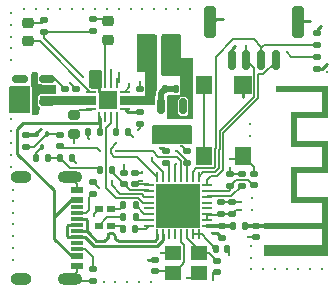
<source format=gtl>
G04 #@! TF.GenerationSoftware,KiCad,Pcbnew,8.0.3*
G04 #@! TF.CreationDate,2024-06-26T13:16:15+02:00*
G04 #@! TF.ProjectId,ESP32-C3-V2,45535033-322d-4433-932d-56322e6b6963,rev?*
G04 #@! TF.SameCoordinates,Original*
G04 #@! TF.FileFunction,Copper,L1,Top*
G04 #@! TF.FilePolarity,Positive*
%FSLAX46Y46*%
G04 Gerber Fmt 4.6, Leading zero omitted, Abs format (unit mm)*
G04 Created by KiCad (PCBNEW 8.0.3) date 2024-06-26 13:16:15*
%MOMM*%
%LPD*%
G01*
G04 APERTURE LIST*
G04 Aperture macros list*
%AMRoundRect*
0 Rectangle with rounded corners*
0 $1 Rounding radius*
0 $2 $3 $4 $5 $6 $7 $8 $9 X,Y pos of 4 corners*
0 Add a 4 corners polygon primitive as box body*
4,1,4,$2,$3,$4,$5,$6,$7,$8,$9,$2,$3,0*
0 Add four circle primitives for the rounded corners*
1,1,$1+$1,$2,$3*
1,1,$1+$1,$4,$5*
1,1,$1+$1,$6,$7*
1,1,$1+$1,$8,$9*
0 Add four rect primitives between the rounded corners*
20,1,$1+$1,$2,$3,$4,$5,0*
20,1,$1+$1,$4,$5,$6,$7,0*
20,1,$1+$1,$6,$7,$8,$9,0*
20,1,$1+$1,$8,$9,$2,$3,0*%
G04 Aperture macros list end*
G04 #@! TA.AperFunction,EtchedComponent*
%ADD10C,0.000000*%
G04 #@! TD*
G04 #@! TA.AperFunction,SMDPad,CuDef*
%ADD11RoundRect,0.140000X-0.170000X0.140000X-0.170000X-0.140000X0.170000X-0.140000X0.170000X0.140000X0*%
G04 #@! TD*
G04 #@! TA.AperFunction,SMDPad,CuDef*
%ADD12RoundRect,0.135000X-0.185000X0.135000X-0.185000X-0.135000X0.185000X-0.135000X0.185000X0.135000X0*%
G04 #@! TD*
G04 #@! TA.AperFunction,SMDPad,CuDef*
%ADD13RoundRect,0.135000X-0.135000X-0.185000X0.135000X-0.185000X0.135000X0.185000X-0.135000X0.185000X0*%
G04 #@! TD*
G04 #@! TA.AperFunction,SMDPad,CuDef*
%ADD14RoundRect,0.150000X0.150000X0.700000X-0.150000X0.700000X-0.150000X-0.700000X0.150000X-0.700000X0*%
G04 #@! TD*
G04 #@! TA.AperFunction,SMDPad,CuDef*
%ADD15RoundRect,0.250000X0.250000X1.100000X-0.250000X1.100000X-0.250000X-1.100000X0.250000X-1.100000X0*%
G04 #@! TD*
G04 #@! TA.AperFunction,SMDPad,CuDef*
%ADD16RoundRect,0.140000X-0.140000X-0.170000X0.140000X-0.170000X0.140000X0.170000X-0.140000X0.170000X0*%
G04 #@! TD*
G04 #@! TA.AperFunction,SMDPad,CuDef*
%ADD17RoundRect,0.140000X0.170000X-0.140000X0.170000X0.140000X-0.170000X0.140000X-0.170000X-0.140000X0*%
G04 #@! TD*
G04 #@! TA.AperFunction,SMDPad,CuDef*
%ADD18RoundRect,0.135000X0.135000X0.185000X-0.135000X0.185000X-0.135000X-0.185000X0.135000X-0.185000X0*%
G04 #@! TD*
G04 #@! TA.AperFunction,SMDPad,CuDef*
%ADD19R,0.700000X0.600000*%
G04 #@! TD*
G04 #@! TA.AperFunction,SMDPad,CuDef*
%ADD20RoundRect,0.218750X0.256250X-0.218750X0.256250X0.218750X-0.256250X0.218750X-0.256250X-0.218750X0*%
G04 #@! TD*
G04 #@! TA.AperFunction,SMDPad,CuDef*
%ADD21R,1.140000X0.600000*%
G04 #@! TD*
G04 #@! TA.AperFunction,SMDPad,CuDef*
%ADD22R,1.140000X0.300000*%
G04 #@! TD*
G04 #@! TA.AperFunction,ComponentPad*
%ADD23O,2.100000X1.000000*%
G04 #@! TD*
G04 #@! TA.AperFunction,ComponentPad*
%ADD24O,1.800000X1.000000*%
G04 #@! TD*
G04 #@! TA.AperFunction,ComponentPad*
%ADD25RoundRect,0.250000X0.350000X0.625000X-0.350000X0.625000X-0.350000X-0.625000X0.350000X-0.625000X0*%
G04 #@! TD*
G04 #@! TA.AperFunction,ComponentPad*
%ADD26O,1.200000X1.750000*%
G04 #@! TD*
G04 #@! TA.AperFunction,SMDPad,CuDef*
%ADD27RoundRect,0.140000X0.140000X0.170000X-0.140000X0.170000X-0.140000X-0.170000X0.140000X-0.170000X0*%
G04 #@! TD*
G04 #@! TA.AperFunction,SMDPad,CuDef*
%ADD28RoundRect,0.135000X0.185000X-0.135000X0.185000X0.135000X-0.185000X0.135000X-0.185000X-0.135000X0*%
G04 #@! TD*
G04 #@! TA.AperFunction,SMDPad,CuDef*
%ADD29RoundRect,0.200000X-0.275000X0.200000X-0.275000X-0.200000X0.275000X-0.200000X0.275000X0.200000X0*%
G04 #@! TD*
G04 #@! TA.AperFunction,SMDPad,CuDef*
%ADD30RoundRect,0.100000X-0.100000X0.125000X-0.100000X-0.125000X0.100000X-0.125000X0.100000X0.125000X0*%
G04 #@! TD*
G04 #@! TA.AperFunction,SMDPad,CuDef*
%ADD31R,1.500000X1.500000*%
G04 #@! TD*
G04 #@! TA.AperFunction,SMDPad,CuDef*
%ADD32R,1.400000X1.600000*%
G04 #@! TD*
G04 #@! TA.AperFunction,ConnectorPad*
%ADD33R,0.500000X0.500000*%
G04 #@! TD*
G04 #@! TA.AperFunction,ComponentPad*
%ADD34R,0.500000X0.900000*%
G04 #@! TD*
G04 #@! TA.AperFunction,SMDPad,CuDef*
%ADD35RoundRect,0.150000X-0.150000X0.512500X-0.150000X-0.512500X0.150000X-0.512500X0.150000X0.512500X0*%
G04 #@! TD*
G04 #@! TA.AperFunction,SMDPad,CuDef*
%ADD36RoundRect,0.062500X0.337500X0.062500X-0.337500X0.062500X-0.337500X-0.062500X0.337500X-0.062500X0*%
G04 #@! TD*
G04 #@! TA.AperFunction,SMDPad,CuDef*
%ADD37RoundRect,0.062500X0.062500X0.337500X-0.062500X0.337500X-0.062500X-0.337500X0.062500X-0.337500X0*%
G04 #@! TD*
G04 #@! TA.AperFunction,SMDPad,CuDef*
%ADD38R,3.700000X3.700000*%
G04 #@! TD*
G04 #@! TA.AperFunction,SMDPad,CuDef*
%ADD39R,1.400000X1.200000*%
G04 #@! TD*
G04 #@! TA.AperFunction,SMDPad,CuDef*
%ADD40RoundRect,0.062500X0.375000X0.062500X-0.375000X0.062500X-0.375000X-0.062500X0.375000X-0.062500X0*%
G04 #@! TD*
G04 #@! TA.AperFunction,SMDPad,CuDef*
%ADD41RoundRect,0.062500X0.062500X0.375000X-0.062500X0.375000X-0.062500X-0.375000X0.062500X-0.375000X0*%
G04 #@! TD*
G04 #@! TA.AperFunction,HeatsinkPad*
%ADD42R,1.600000X1.600000*%
G04 #@! TD*
G04 #@! TA.AperFunction,SMDPad,CuDef*
%ADD43RoundRect,0.150000X0.512500X0.150000X-0.512500X0.150000X-0.512500X-0.150000X0.512500X-0.150000X0*%
G04 #@! TD*
G04 #@! TA.AperFunction,ViaPad*
%ADD44C,0.300000*%
G04 #@! TD*
G04 #@! TA.AperFunction,Conductor*
%ADD45C,0.250000*%
G04 #@! TD*
G04 #@! TA.AperFunction,Conductor*
%ADD46C,0.200000*%
G04 #@! TD*
G04 #@! TA.AperFunction,Conductor*
%ADD47C,0.342400*%
G04 #@! TD*
G04 #@! TA.AperFunction,Conductor*
%ADD48C,0.550000*%
G04 #@! TD*
G04 #@! TA.AperFunction,Conductor*
%ADD49C,0.267200*%
G04 #@! TD*
G04 #@! TA.AperFunction,Conductor*
%ADD50C,0.350000*%
G04 #@! TD*
G04 APERTURE END LIST*
D10*
G04 #@! TA.AperFunction,EtchedComponent*
G04 #@! TO.C,AE1*
G36*
X60325000Y1950000D02*
G01*
X57685000Y1950000D01*
X57685000Y-50000D01*
X60325000Y-50000D01*
X60325000Y-2750000D01*
X57685000Y-2750000D01*
X57685000Y-4750000D01*
X60325000Y-4750000D01*
X60325000Y-9750000D01*
X55168215Y-9750000D01*
X54925000Y-9750000D01*
X54925000Y-9325156D01*
X55028957Y-9325156D01*
X55041065Y-9367819D01*
X55045419Y-9375731D01*
X55078203Y-9413674D01*
X55120605Y-9437742D01*
X55168215Y-9447583D01*
X55216622Y-9442847D01*
X55261416Y-9423185D01*
X55298186Y-9388245D01*
X55315092Y-9355353D01*
X55322982Y-9307267D01*
X55316408Y-9257682D01*
X55296313Y-9212372D01*
X55263643Y-9177112D01*
X55231417Y-9160218D01*
X55183158Y-9151778D01*
X55133632Y-9158309D01*
X55088447Y-9178868D01*
X55053213Y-9212511D01*
X55042600Y-9231122D01*
X55029700Y-9276637D01*
X55028957Y-9325156D01*
X54925000Y-9325156D01*
X54925000Y-8850000D01*
X59825000Y-8850000D01*
X59825000Y-7450000D01*
X54925000Y-7450000D01*
X54925000Y-6950000D01*
X59825000Y-6950000D01*
X59825000Y-5250000D01*
X57185000Y-5250000D01*
X57185000Y-2250000D01*
X59825000Y-2250000D01*
X59825000Y-550000D01*
X57185000Y-550000D01*
X57185000Y2450000D01*
X59825000Y2450000D01*
X59825000Y4150000D01*
X55885000Y4150000D01*
X55885000Y4650000D01*
X60325000Y4650000D01*
X60325000Y1950000D01*
G37*
G04 #@! TD.AperFunction*
G04 #@! TD*
D11*
G04 #@! TO.P,C3,1*
G04 #@! TO.N,Net-(AE1-A)*
X54200000Y-7220000D03*
G04 #@! TO.P,C3,2*
G04 #@! TO.N,GND*
X54200000Y-8180000D03*
G04 #@! TD*
D12*
G04 #@! TO.P,R20,1*
G04 #@! TO.N,Net-(U4-TS)*
X44400000Y2450000D03*
G04 #@! TO.P,R20,2*
G04 #@! TO.N,GND*
X44400000Y1430000D03*
G04 #@! TD*
G04 #@! TO.P,R3,1*
G04 #@! TO.N,Net-(U1-CC2)*
X40400000Y-10890000D03*
G04 #@! TO.P,R3,2*
G04 #@! TO.N,GND*
X40400000Y-11910000D03*
G04 #@! TD*
D11*
G04 #@! TO.P,C5,1*
G04 #@! TO.N,GND*
X48400000Y-920000D03*
G04 #@! TO.P,C5,2*
G04 #@! TO.N,+3.3V*
X48400000Y-1880000D03*
G04 #@! TD*
D13*
G04 #@! TO.P,R14,1*
G04 #@! TO.N,Net-(R13-Pad2)*
X37590000Y-1500000D03*
G04 #@! TO.P,R14,2*
G04 #@! TO.N,GND*
X38610000Y-1500000D03*
G04 #@! TD*
D12*
G04 #@! TO.P,R9,1*
G04 #@! TO.N,+3.3V*
X59400000Y9110000D03*
G04 #@! TO.P,R9,2*
G04 #@! TO.N,MCU_SDA*
X59400000Y8090000D03*
G04 #@! TD*
D13*
G04 #@! TO.P,R5,1*
G04 #@! TO.N,Net-(R13-Pad2)*
X40990000Y-2500000D03*
G04 #@! TO.P,R5,2*
G04 #@! TO.N,ADC*
X42010000Y-2500000D03*
G04 #@! TD*
D14*
G04 #@! TO.P,J3,1,Pin_1*
G04 #@! TO.N,VCC_Sensor*
X55900000Y6800000D03*
G04 #@! TO.P,J3,2,Pin_2*
G04 #@! TO.N,MCU_SDA*
X54650000Y6800000D03*
G04 #@! TO.P,J3,3,Pin_3*
G04 #@! TO.N,MCU_SCL*
X53400000Y6800000D03*
G04 #@! TO.P,J3,4,Pin_4*
G04 #@! TO.N,GND*
X52150000Y6800000D03*
D15*
G04 #@! TO.P,J3,MP,MP*
X57750000Y10000000D03*
X50300000Y10000000D03*
G04 #@! TD*
D16*
G04 #@! TO.P,C1,1*
G04 #@! TO.N,+3.3V*
X50820000Y-9200000D03*
G04 #@! TO.P,C1,2*
G04 #@! TO.N,GND*
X51780000Y-9200000D03*
G04 #@! TD*
D17*
G04 #@! TO.P,C12,1*
G04 #@! TO.N,EN_ADC*
X37600000Y-480000D03*
G04 #@! TO.P,C12,2*
G04 #@! TO.N,Net-(Q1-G)*
X37600000Y480000D03*
G04 #@! TD*
D11*
G04 #@! TO.P,C16,1*
G04 #@! TO.N,Net-(U3-XTAL_P)*
X50900000Y-10190000D03*
G04 #@! TO.P,C16,2*
G04 #@! TO.N,GND*
X50900000Y-11150000D03*
G04 #@! TD*
D18*
G04 #@! TO.P,R12,1*
G04 #@! TO.N,Rot*
X44010000Y-5490000D03*
G04 #@! TO.P,R12,2*
G04 #@! TO.N,Net-(D1-RK)*
X42990000Y-5490000D03*
G04 #@! TD*
D17*
G04 #@! TO.P,C11,1*
G04 #@! TO.N,+3.3V*
X44000000Y-3680000D03*
G04 #@! TO.P,C11,2*
G04 #@! TO.N,GND*
X44000000Y-2720000D03*
G04 #@! TD*
G04 #@! TO.P,C13,1*
G04 #@! TO.N,ADC*
X43000000Y-3680000D03*
G04 #@! TO.P,C13,2*
G04 #@! TO.N,GND*
X43000000Y-2720000D03*
G04 #@! TD*
D19*
G04 #@! TO.P,D1,1,RK*
G04 #@! TO.N,Net-(D1-RK)*
X41900000Y-5790000D03*
G04 #@! TO.P,D1,2,A*
G04 #@! TO.N,+3.3V*
X40900000Y-5790000D03*
G04 #@! TO.P,D1,3,BK*
G04 #@! TO.N,Net-(D1-BK)*
X40900000Y-7190000D03*
G04 #@! TO.P,D1,4,GK*
G04 #@! TO.N,Net-(D1-GK)*
X41900000Y-7190000D03*
G04 #@! TD*
D20*
G04 #@! TO.P,D2,1,K*
G04 #@! TO.N,Net-(D2-K)*
X34900000Y8412500D03*
G04 #@! TO.P,D2,2,A*
G04 #@! TO.N,Net-(D2-A)*
X34900000Y9987500D03*
G04 #@! TD*
D11*
G04 #@! TO.P,C6,1*
G04 #@! TO.N,Net-(U3-LNA_IN)*
X51300000Y-7270000D03*
G04 #@! TO.P,C6,2*
G04 #@! TO.N,GND*
X51300000Y-8230000D03*
G04 #@! TD*
D21*
G04 #@! TO.P,U1,A1,GND*
G04 #@! TO.N,GND*
X39070000Y-4210000D03*
G04 #@! TO.P,U1,A4,VBUS*
G04 #@! TO.N,VCC*
X39070000Y-5010000D03*
D22*
G04 #@! TO.P,U1,A5,CC1*
G04 #@! TO.N,Net-(U1-CC1)*
X39070000Y-6160000D03*
G04 #@! TO.P,U1,A6,D+*
G04 #@! TO.N,USB_D+*
X39070000Y-7160000D03*
G04 #@! TO.P,U1,A7,D-*
G04 #@! TO.N,USB_D-*
X39070000Y-7660000D03*
G04 #@! TO.P,U1,A8,SBU1*
G04 #@! TO.N,unconnected-(U1-SBU1-PadA8)*
X39070000Y-8660000D03*
D21*
G04 #@! TO.P,U1,A9,VBUS*
G04 #@! TO.N,VCC*
X39070000Y-9810000D03*
G04 #@! TO.P,U1,A12,GND*
G04 #@! TO.N,GND*
X39070000Y-10610000D03*
G04 #@! TO.P,U1,B1,GND*
X39070000Y-10610000D03*
G04 #@! TO.P,U1,B4,VBUS*
G04 #@! TO.N,VCC*
X39070000Y-9810000D03*
D22*
G04 #@! TO.P,U1,B5,CC2*
G04 #@! TO.N,Net-(U1-CC2)*
X39070000Y-9160000D03*
G04 #@! TO.P,U1,B6,D+*
G04 #@! TO.N,USB_D+*
X39070000Y-8160000D03*
G04 #@! TO.P,U1,B7,D-*
G04 #@! TO.N,USB_D-*
X39070000Y-6660000D03*
G04 #@! TO.P,U1,B8,SBU2*
G04 #@! TO.N,unconnected-(U1-SBU2-PadB8)*
X39070000Y-5660000D03*
D21*
G04 #@! TO.P,U1,B9,VBUS*
G04 #@! TO.N,VCC*
X39070000Y-5010000D03*
G04 #@! TO.P,U1,B12,GND*
G04 #@! TO.N,GND*
X39070000Y-4210000D03*
D23*
G04 #@! TO.P,U1,S1,SHIELD*
X38500000Y-3090000D03*
D24*
X34320000Y-3090000D03*
D23*
X38500000Y-11730000D03*
D24*
X34320000Y-11730000D03*
G04 #@! TD*
D13*
G04 #@! TO.P,R4,1*
G04 #@! TO.N,+BATT*
X45490000Y4350000D03*
G04 #@! TO.P,R4,2*
G04 #@! TO.N,Net-(U5-Vin)*
X46510000Y4350000D03*
G04 #@! TD*
D25*
G04 #@! TO.P,J2,1,Pin_1*
G04 #@! TO.N,Earth*
X46900000Y8050000D03*
D26*
G04 #@! TO.P,J2,2,Pin_2*
G04 #@! TO.N,+BATT*
X44900000Y8050000D03*
G04 #@! TD*
D18*
G04 #@! TO.P,R8,1*
G04 #@! TO.N,Gr\u00FCn*
X44000000Y-7500000D03*
G04 #@! TO.P,R8,2*
G04 #@! TO.N,Net-(D1-GK)*
X42980000Y-7500000D03*
G04 #@! TD*
D12*
G04 #@! TO.P,R1,1*
G04 #@! TO.N,+3.3V*
X53000000Y-2790000D03*
G04 #@! TO.P,R1,2*
G04 #@! TO.N,EXTI*
X53000000Y-3810000D03*
G04 #@! TD*
D27*
G04 #@! TO.P,C8,1*
G04 #@! TO.N,VCC*
X40980000Y750000D03*
G04 #@! TO.P,C8,2*
G04 #@! TO.N,GND*
X40020000Y750000D03*
G04 #@! TD*
D13*
G04 #@! TO.P,R16,1*
G04 #@! TO.N,Net-(U4-ISET)*
X42390000Y750000D03*
G04 #@! TO.P,R16,2*
G04 #@! TO.N,GND*
X43410000Y750000D03*
G04 #@! TD*
G04 #@! TO.P,R13,1*
G04 #@! TO.N,Net-(Q1-D)*
X35590000Y-1500000D03*
G04 #@! TO.P,R13,2*
G04 #@! TO.N,Net-(R13-Pad2)*
X36610000Y-1500000D03*
G04 #@! TD*
D12*
G04 #@! TO.P,R19,1*
G04 #@! TO.N,+3.3V*
X52000000Y-2790000D03*
G04 #@! TO.P,R19,2*
G04 #@! TO.N,CHIP_EN*
X52000000Y-3810000D03*
G04 #@! TD*
D18*
G04 #@! TO.P,L1,1,1*
G04 #@! TO.N,Net-(AE1-A)*
X53310000Y-7250000D03*
G04 #@! TO.P,L1,2,2*
G04 #@! TO.N,Net-(U3-LNA_IN)*
X52290000Y-7250000D03*
G04 #@! TD*
D12*
G04 #@! TO.P,R21,1*
G04 #@! TO.N,Net-(D2-A)*
X36300000Y10210000D03*
G04 #@! TO.P,R21,2*
G04 #@! TO.N,OUT*
X36300000Y9190000D03*
G04 #@! TD*
G04 #@! TO.P,R15,1*
G04 #@! TO.N,+BATT*
X34700000Y510000D03*
G04 #@! TO.P,R15,2*
G04 #@! TO.N,Net-(Q1-G)*
X34700000Y-510000D03*
G04 #@! TD*
D28*
G04 #@! TO.P,R2,1*
G04 #@! TO.N,Net-(U1-CC1)*
X40400000Y-4510000D03*
G04 #@! TO.P,R2,2*
G04 #@! TO.N,GND*
X40400000Y-3490000D03*
G04 #@! TD*
D20*
G04 #@! TO.P,D3,1,K*
G04 #@! TO.N,Net-(D3-K)*
X41700000Y8512500D03*
G04 #@! TO.P,D3,2,A*
G04 #@! TO.N,Net-(D3-A)*
X41700000Y10087500D03*
G04 #@! TD*
D29*
G04 #@! TO.P,R11,1*
G04 #@! TO.N,Net-(U4-ILIM)*
X38800000Y2175000D03*
G04 #@! TO.P,R11,2*
G04 #@! TO.N,GND*
X38800000Y525000D03*
G04 #@! TD*
D17*
G04 #@! TO.P,C10,1*
G04 #@! TO.N,OUT*
X39000000Y3370000D03*
G04 #@! TO.P,C10,2*
G04 #@! TO.N,GND*
X39000000Y4330000D03*
G04 #@! TD*
D28*
G04 #@! TO.P,R10,1*
G04 #@! TO.N,+3.3V*
X59400000Y6090000D03*
G04 #@! TO.P,R10,2*
G04 #@! TO.N,MCU_SCL*
X59400000Y7110000D03*
G04 #@! TD*
D12*
G04 #@! TO.P,R17,1*
G04 #@! TO.N,Net-(D3-A)*
X40400000Y10310000D03*
G04 #@! TO.P,R17,2*
G04 #@! TO.N,OUT*
X40400000Y9290000D03*
G04 #@! TD*
D30*
G04 #@! TO.P,Q1,1,G*
G04 #@! TO.N,Net-(Q1-G)*
X36500000Y575000D03*
G04 #@! TO.P,Q1,2,S*
G04 #@! TO.N,+BATT*
X35700000Y575000D03*
G04 #@! TO.P,Q1,3,D*
G04 #@! TO.N,Net-(Q1-D)*
X36100000Y-575000D03*
G04 #@! TD*
D31*
G04 #@! TO.P,SW2,1,1*
G04 #@! TO.N,GND*
X53100000Y4700000D03*
D32*
X53100000Y-1300000D03*
G04 #@! TO.P,SW2,2,2*
G04 #@! TO.N,Net-(U3-GPIO9)*
X49800000Y4700000D03*
X49800000Y-1300000D03*
G04 #@! TD*
D17*
G04 #@! TO.P,C14,1*
G04 #@! TO.N,CHIP_EN*
X54000000Y-3780000D03*
G04 #@! TO.P,C14,2*
G04 #@! TO.N,GND*
X54000000Y-2820000D03*
G04 #@! TD*
D33*
G04 #@! TO.P,AE1,1,A*
G04 #@! TO.N,Net-(AE1-A)*
X55175000Y-7200000D03*
D34*
G04 #@! TO.P,AE1,2,GND*
G04 #@! TO.N,GND*
X55175000Y-9300000D03*
G04 #@! TD*
D12*
G04 #@! TO.P,R6,1*
G04 #@! TO.N,+3.3V*
X46600000Y-890000D03*
G04 #@! TO.P,R6,2*
G04 #@! TO.N,GPIO8*
X46600000Y-1910000D03*
G04 #@! TD*
D17*
G04 #@! TO.P,C9,1*
G04 #@! TO.N,+BATT*
X44400000Y3370000D03*
G04 #@! TO.P,C9,2*
G04 #@! TO.N,GND*
X44400000Y4330000D03*
G04 #@! TD*
D18*
G04 #@! TO.P,R7,1*
G04 #@! TO.N,Blau*
X44010000Y-6490000D03*
G04 #@! TO.P,R7,2*
G04 #@! TO.N,Net-(D1-BK)*
X42990000Y-6490000D03*
G04 #@! TD*
D28*
G04 #@! TO.P,R18,1*
G04 #@! TO.N,OUT*
X38000000Y3340000D03*
G04 #@! TO.P,R18,2*
G04 #@! TO.N,Net-(U2-EN)*
X38000000Y4360000D03*
G04 #@! TD*
D35*
G04 #@! TO.P,U5,1,VT*
G04 #@! TO.N,unconnected-(U5-VT-Pad1)*
X48050000Y2887500D03*
G04 #@! TO.P,U5,2,GND*
G04 #@! TO.N,Earth*
X47100000Y2887500D03*
G04 #@! TO.P,U5,3,Vin*
G04 #@! TO.N,Net-(U5-Vin)*
X46150000Y2887500D03*
G04 #@! TO.P,U5,4,VM*
G04 #@! TO.N,GND*
X46150000Y612500D03*
G04 #@! TO.P,U5,5,VM*
X48050000Y612500D03*
G04 #@! TD*
D11*
G04 #@! TO.P,C7,1*
G04 #@! TO.N,GND*
X51250000Y-5220000D03*
G04 #@! TO.P,C7,2*
G04 #@! TO.N,+3.3V*
X51250000Y-6180000D03*
G04 #@! TD*
D36*
G04 #@! TO.P,U3,1,LNA_IN*
G04 #@! TO.N,Net-(U3-LNA_IN)*
X50050000Y-7250000D03*
G04 #@! TO.P,U3,2,VDD3P3*
G04 #@! TO.N,+3.3V*
X50050000Y-6750000D03*
G04 #@! TO.P,U3,3,VDD3P3*
X50050000Y-6250000D03*
G04 #@! TO.P,U3,4,XTAL_32K_P*
G04 #@! TO.N,unconnected-(U3-XTAL_32K_P-Pad4)*
X50050000Y-5750000D03*
G04 #@! TO.P,U3,5,XTAL_32K_N*
G04 #@! TO.N,unconnected-(U3-XTAL_32K_N-Pad5)*
X50050000Y-5250000D03*
G04 #@! TO.P,U3,6,GPIO2*
G04 #@! TO.N,EXTI*
X50050000Y-4750000D03*
G04 #@! TO.P,U3,7,CHIP_EN*
G04 #@! TO.N,CHIP_EN*
X50050000Y-4250000D03*
G04 #@! TO.P,U3,8,GPIO3*
G04 #@! TO.N,VCC_Sensor*
X50050000Y-3750000D03*
D37*
G04 #@! TO.P,U3,9,MTMS*
G04 #@! TO.N,MCU_SCL*
X49350000Y-3050000D03*
G04 #@! TO.P,U3,10,MTDI*
G04 #@! TO.N,MCU_SDA*
X48850000Y-3050000D03*
G04 #@! TO.P,U3,11,VDD3P3_RTC*
G04 #@! TO.N,+3.3V*
X48350000Y-3050000D03*
G04 #@! TO.P,U3,12,MTCK*
G04 #@! TO.N,EN_ADC*
X47850000Y-3050000D03*
G04 #@! TO.P,U3,13,MTDO*
G04 #@! TO.N,NCE*
X47350000Y-3050000D03*
G04 #@! TO.P,U3,14,GPIO8*
G04 #@! TO.N,GPIO8*
X46850000Y-3050000D03*
G04 #@! TO.P,U3,15,GPIO9*
G04 #@! TO.N,Net-(U3-GPIO9)*
X46350000Y-3050000D03*
G04 #@! TO.P,U3,16,GPIO10*
G04 #@! TO.N,EN2*
X45850000Y-3050000D03*
D36*
G04 #@! TO.P,U3,17,VDD3P3_CPU*
G04 #@! TO.N,+3.3V*
X45150000Y-3750000D03*
G04 #@! TO.P,U3,18,VDD_SPI*
G04 #@! TO.N,ADC*
X45150000Y-4250000D03*
G04 #@! TO.P,U3,19,SPIHD*
G04 #@! TO.N,EN1*
X45150000Y-4750000D03*
G04 #@! TO.P,U3,20,SPIWP*
G04 #@! TO.N,TD*
X45150000Y-5250000D03*
G04 #@! TO.P,U3,21,SPICS0*
G04 #@! TO.N,unconnected-(U3-SPICS0-Pad21)*
X45150000Y-5750000D03*
G04 #@! TO.P,U3,22,SPICLK*
G04 #@! TO.N,Rot*
X45150000Y-6250000D03*
G04 #@! TO.P,U3,23,SPID*
G04 #@! TO.N,Blau*
X45150000Y-6750000D03*
G04 #@! TO.P,U3,24,SPIQ*
G04 #@! TO.N,Gr\u00FCn*
X45150000Y-7250000D03*
D37*
G04 #@! TO.P,U3,25,GPIO18*
G04 #@! TO.N,USB_D-*
X45850000Y-7950000D03*
G04 #@! TO.P,U3,26,GPIO19*
G04 #@! TO.N,USB_D+*
X46350000Y-7950000D03*
G04 #@! TO.P,U3,27,U0RXD*
G04 #@! TO.N,unconnected-(U3-U0RXD-Pad27)*
X46850000Y-7950000D03*
G04 #@! TO.P,U3,28,U0TXD*
G04 #@! TO.N,unconnected-(U3-U0TXD-Pad28)*
X47350000Y-7950000D03*
G04 #@! TO.P,U3,29,XTAL_N*
G04 #@! TO.N,Net-(U3-XTAL_N)*
X47850000Y-7950000D03*
G04 #@! TO.P,U3,30,XTAL_P*
G04 #@! TO.N,Net-(U3-XTAL_P)*
X48350000Y-7950000D03*
G04 #@! TO.P,U3,31,VDDA*
G04 #@! TO.N,+3.3V*
X48850000Y-7950000D03*
G04 #@! TO.P,U3,32,VDDA*
X49350000Y-7950000D03*
D38*
G04 #@! TO.P,U3,33,GND*
G04 #@! TO.N,GND*
X47600000Y-5500000D03*
G04 #@! TD*
D11*
G04 #@! TO.P,C2,1*
G04 #@! TO.N,GND*
X52200000Y-5220000D03*
G04 #@! TO.P,C2,2*
G04 #@! TO.N,+3.3V*
X52200000Y-6180000D03*
G04 #@! TD*
D16*
G04 #@! TO.P,C4,1*
G04 #@! TO.N,Net-(U5-Vin)*
X47400000Y4350000D03*
G04 #@! TO.P,C4,2*
G04 #@! TO.N,Earth*
X48360000Y4350000D03*
G04 #@! TD*
D39*
G04 #@! TO.P,Y1,1,OSC1*
G04 #@! TO.N,Net-(U3-XTAL_P)*
X49400000Y-9550000D03*
G04 #@! TO.P,Y1,2,GND*
G04 #@! TO.N,GND*
X47200000Y-9550000D03*
G04 #@! TO.P,Y1,3,OSC2*
G04 #@! TO.N,Net-(U3-XTAL_N)*
X47200000Y-11250000D03*
G04 #@! TO.P,Y1,4,GND*
G04 #@! TO.N,GND*
X49400000Y-11250000D03*
G04 #@! TD*
D40*
G04 #@! TO.P,U4,1,TS*
G04 #@! TO.N,Net-(U4-TS)*
X43137500Y2650000D03*
G04 #@! TO.P,U4,2,BAT*
G04 #@! TO.N,+BATT*
X43137500Y3150000D03*
G04 #@! TO.P,U4,3,BAT*
X43137500Y3650000D03*
G04 #@! TO.P,U4,4,~{CE}*
G04 #@! TO.N,NCE*
X43137500Y4150000D03*
D41*
G04 #@! TO.P,U4,5,EN2*
G04 #@! TO.N,EN2*
X42450000Y4837500D03*
G04 #@! TO.P,U4,6,EN1*
G04 #@! TO.N,EN1*
X41950000Y4837500D03*
G04 #@! TO.P,U4,7,~{PGOOD}*
G04 #@! TO.N,Net-(D3-K)*
X41450000Y4837500D03*
G04 #@! TO.P,U4,8,VSS*
G04 #@! TO.N,GND*
X40950000Y4837500D03*
D40*
G04 #@! TO.P,U4,9,~{CHG}*
G04 #@! TO.N,Net-(D2-K)*
X40262500Y4150000D03*
G04 #@! TO.P,U4,10,OUT*
G04 #@! TO.N,OUT*
X40262500Y3650000D03*
G04 #@! TO.P,U4,11,OUT*
X40262500Y3150000D03*
G04 #@! TO.P,U4,12,ILIM*
G04 #@! TO.N,Net-(U4-ILIM)*
X40262500Y2650000D03*
D41*
G04 #@! TO.P,U4,13,IN*
G04 #@! TO.N,VCC*
X40950000Y1962500D03*
G04 #@! TO.P,U4,14,TMR*
G04 #@! TO.N,unconnected-(U4-TMR-Pad14)*
X41450000Y1962500D03*
G04 #@! TO.P,U4,15,TD*
G04 #@! TO.N,TD*
X41950000Y1962500D03*
G04 #@! TO.P,U4,16,ISET*
G04 #@! TO.N,Net-(U4-ISET)*
X42450000Y1962500D03*
D42*
G04 #@! TO.P,U4,17,VSS*
G04 #@! TO.N,GND*
X41700000Y3400000D03*
G04 #@! TD*
D43*
G04 #@! TO.P,U2,1,Vin*
G04 #@! TO.N,OUT*
X36537500Y3300000D03*
G04 #@! TO.P,U2,2,GND*
G04 #@! TO.N,GND*
X36537500Y4250000D03*
G04 #@! TO.P,U2,3,EN*
G04 #@! TO.N,Net-(U2-EN)*
X36537500Y5200000D03*
G04 #@! TO.P,U2,4,NC*
G04 #@! TO.N,unconnected-(U2-NC-Pad4)*
X34262500Y5200000D03*
G04 #@! TO.P,U2,5,Vout*
G04 #@! TO.N,+3.3V*
X34262500Y3300000D03*
G04 #@! TD*
D17*
G04 #@! TO.P,C17,1*
G04 #@! TO.N,Net-(U3-XTAL_N)*
X45700000Y-11080000D03*
G04 #@! TO.P,C17,2*
G04 #@! TO.N,GND*
X45700000Y-10120000D03*
G04 #@! TD*
D44*
G04 #@! TO.N,GND*
X41300000Y3800000D03*
X44400000Y5000000D03*
X51400000Y10300000D03*
X47400000Y1100000D03*
X33600000Y-7100000D03*
X47700000Y-6900000D03*
X40100000Y100000D03*
X46300000Y-6000000D03*
X42100000Y3100000D03*
X46300000Y-4200000D03*
X56800000Y-10900000D03*
X33600000Y-9100000D03*
X33600000Y-4200000D03*
X45300000Y-12000000D03*
X47400000Y-100000D03*
X47700000Y-5100000D03*
X48700000Y500000D03*
X48700000Y-100000D03*
X43300000Y-12000000D03*
X59800000Y-10900000D03*
X48600000Y11100000D03*
X47400000Y500000D03*
X33500000Y6800000D03*
X53800000Y-10900000D03*
X48700000Y1100000D03*
X43800000Y300000D03*
X33600000Y-8100000D03*
X44300000Y-12000000D03*
X42100000Y3800000D03*
X45600000Y500000D03*
X42300000Y-12000000D03*
X53500000Y-8200000D03*
X39000000Y-1900000D03*
X46800000Y1100000D03*
X48900000Y-6000000D03*
X48900000Y-6900000D03*
X48900000Y-4200000D03*
X52000000Y-1600000D03*
X52400000Y8000000D03*
X46200000Y-9500000D03*
X40300000Y5200000D03*
X35600000Y11100000D03*
X45600000Y11100000D03*
X58800000Y10100000D03*
X33500000Y10800000D03*
X35500000Y4800000D03*
X46300000Y-5100000D03*
X38800000Y-200000D03*
X54800000Y-10900000D03*
X35500000Y4000000D03*
X58800000Y-10900000D03*
X34600000Y11100000D03*
X35500000Y3200000D03*
X46800000Y-100000D03*
X57800000Y-10900000D03*
X33500000Y-1200000D03*
X50500000Y-7800000D03*
X36600000Y11100000D03*
X33500000Y-2200000D03*
X33500000Y8800000D03*
X45600000Y1100000D03*
X44600000Y11100000D03*
X41300000Y3100000D03*
X47900000Y-500000D03*
X41600000Y11100000D03*
X41300000Y-12000000D03*
X42600000Y11100000D03*
X47700000Y-4200000D03*
X46600000Y11100000D03*
X38600000Y11100000D03*
X35500000Y5600000D03*
X33500000Y1800000D03*
X50600000Y-11800000D03*
X53800000Y-9900000D03*
X45600000Y-100000D03*
X33600000Y-5100000D03*
X53900000Y-4900000D03*
X33500000Y9800000D03*
X53100000Y3700000D03*
X33600000Y-10100000D03*
X40600000Y11100000D03*
X55800000Y-10900000D03*
X46300000Y-6900000D03*
X40300000Y5800000D03*
X38500000Y4900000D03*
X48900000Y-5100000D03*
X52900000Y-5200000D03*
X33500000Y800000D03*
X44600000Y-2700000D03*
X33500000Y-200000D03*
X35500000Y2400000D03*
X53800000Y-8900000D03*
X47600000Y11100000D03*
X33500000Y7800000D03*
X45100000Y-10100000D03*
X48400000Y-11600000D03*
X43000000Y-2100000D03*
X44200000Y900000D03*
X33600000Y-6100000D03*
X53700000Y1400000D03*
X53700000Y400000D03*
X60200000Y5800000D03*
X37600000Y11100000D03*
X51900000Y-9700000D03*
X43600000Y11100000D03*
X40900000Y-4000000D03*
X53900000Y-5900000D03*
X46800000Y500000D03*
X47700000Y-6000000D03*
X40900000Y5800000D03*
X39600000Y11100000D03*
G04 #@! TO.N,+BATT*
X45400000Y3300000D03*
X36000000Y1000000D03*
G04 #@! TO.N,+3.3V*
X33600000Y2500000D03*
X40500000Y-6400000D03*
X44600000Y-3400000D03*
X34800000Y2500000D03*
X33600000Y4500000D03*
X47400000Y-900000D03*
X33600000Y3900000D03*
X60200000Y6500000D03*
X34200000Y2500000D03*
X46100000Y-600000D03*
X34200000Y4500000D03*
X34200000Y3900000D03*
X59700000Y9700000D03*
X52000000Y-2300000D03*
X34800000Y3900000D03*
X52900000Y-5900000D03*
X34800000Y4500000D03*
X50100000Y-8400000D03*
G04 #@! TO.N,MCU_SCL*
X53400000Y8000000D03*
X56800000Y7500000D03*
G04 #@! TO.N,NCE*
X47400000Y-2000000D03*
X43500000Y4800000D03*
G04 #@! TO.N,Net-(U3-GPIO9)*
X49800000Y-200000D03*
X45400000Y-1500000D03*
G04 #@! TO.N,EN1*
X41950000Y6000000D03*
X42000000Y-3400000D03*
G04 #@! TO.N,EN2*
X42400000Y-200000D03*
X42600000Y5700000D03*
G04 #@! TO.N,EN_ADC*
X42400000Y-900000D03*
X41000000Y-900000D03*
G04 #@! TO.N,OUT*
X39600000Y3400000D03*
X39600000Y5400000D03*
G04 #@! TD*
D45*
G04 #@! TO.N,GND*
X58800000Y10100000D02*
X58075000Y10100000D01*
D46*
X54180000Y-8200000D02*
X54200000Y-8180000D01*
X39070000Y-3660000D02*
X38500000Y-3090000D01*
D45*
X51400000Y10300000D02*
X50825000Y10300000D01*
X53100000Y3700000D02*
X53100000Y4700000D01*
D46*
X51330000Y-8200000D02*
X51300000Y-8230000D01*
X40900000Y-4000000D02*
X40400000Y-3500000D01*
X44200000Y900000D02*
X44400000Y1100000D01*
D45*
X41300000Y3800000D02*
X41700000Y3400000D01*
X50825000Y10300000D02*
X50575000Y10050000D01*
X45100000Y-10100000D02*
X45680000Y-10100000D01*
D46*
X44580000Y-2720000D02*
X44000000Y-2720000D01*
X47900000Y-500000D02*
X47980000Y-500000D01*
X43000000Y-2100000D02*
X43000000Y-2720000D01*
X52900000Y-5200000D02*
X52220000Y-5200000D01*
X40400000Y-11910000D02*
X38680000Y-11910000D01*
X48400000Y-11600000D02*
X48685000Y-11600000D01*
D45*
X58075000Y10100000D02*
X58025000Y10050000D01*
X52150000Y7750000D02*
X52150000Y6800000D01*
D46*
X40020000Y750000D02*
X40020000Y180000D01*
X39000000Y-1890000D02*
X38610000Y-1500000D01*
X44400000Y1100000D02*
X44400000Y1430000D01*
X53500000Y-8200000D02*
X54180000Y-8200000D01*
D45*
X50870000Y-7800000D02*
X51300000Y-8230000D01*
D46*
X51900000Y-9700000D02*
X51900000Y-9320000D01*
X54000000Y-2820000D02*
X54000000Y-2200000D01*
X39000000Y-1900000D02*
X39000000Y-1890000D01*
D45*
X52400000Y8000000D02*
X52150000Y7750000D01*
D46*
X52220000Y-5200000D02*
X52200000Y-5220000D01*
X43410000Y690000D02*
X43410000Y750000D01*
D45*
X50500000Y-7800000D02*
X50870000Y-7800000D01*
X45680000Y-10100000D02*
X45700000Y-10120000D01*
D46*
X51900000Y-9320000D02*
X51780000Y-9200000D01*
X44600000Y-2700000D02*
X44580000Y-2720000D01*
X39000000Y4330000D02*
X39000000Y4400000D01*
X39070000Y-11160000D02*
X38500000Y-11730000D01*
X44400000Y4330000D02*
X44400000Y5000000D01*
X40400000Y-3500000D02*
X40400000Y-3490000D01*
X50600000Y-11150000D02*
X50600000Y-11800000D01*
X51250000Y-5220000D02*
X52200000Y-5220000D01*
X52800000Y-1600000D02*
X53100000Y-1300000D01*
X48685000Y-11600000D02*
X49085000Y-11200000D01*
X38800000Y525000D02*
X38800000Y-200000D01*
X40020000Y180000D02*
X40100000Y100000D01*
D45*
X40952000Y4148000D02*
X41300000Y3800000D01*
D46*
X54000000Y-2200000D02*
X53100000Y-1300000D01*
X39070000Y-10610000D02*
X39070000Y-11160000D01*
D45*
X40952000Y4835500D02*
X40952000Y4148000D01*
D46*
X43800000Y300000D02*
X43410000Y690000D01*
X39070000Y-4210000D02*
X39070000Y-3660000D01*
D45*
X40950000Y4837500D02*
X40952000Y4835500D01*
D46*
X38680000Y-11910000D02*
X38500000Y-11730000D01*
X47980000Y-500000D02*
X48400000Y-920000D01*
X39000000Y4400000D02*
X38500000Y4900000D01*
X52000000Y-1600000D02*
X52800000Y-1600000D01*
X46200000Y-9500000D02*
X46885000Y-9500000D01*
G04 #@! TO.N,EXTI*
X50100000Y-4700000D02*
X52110000Y-4700000D01*
X50050000Y-4750000D02*
X50100000Y-4700000D01*
X52110000Y-4700000D02*
X53000000Y-3810000D01*
D47*
G04 #@! TO.N,Net-(AE1-A)*
X54200000Y-7220000D02*
X55155000Y-7220000D01*
X54170000Y-7250000D02*
X54200000Y-7220000D01*
X55155000Y-7220000D02*
X55175000Y-7200000D01*
X53310000Y-7250000D02*
X54170000Y-7250000D01*
G04 #@! TO.N,Net-(U3-LNA_IN)*
X50050000Y-7250000D02*
X51280000Y-7250000D01*
X51300000Y-7270000D02*
X52270000Y-7270000D01*
X51280000Y-7250000D02*
X51300000Y-7270000D01*
X52270000Y-7270000D02*
X52290000Y-7250000D01*
D48*
G04 #@! TO.N,Net-(U5-Vin)*
X46150000Y3990000D02*
X46150000Y2887500D01*
X47400000Y4350000D02*
X46510000Y4350000D01*
X46510000Y4350000D02*
X46150000Y3990000D01*
D45*
G04 #@! TO.N,VCC*
X37100000Y-8300000D02*
X37100000Y-6700000D01*
D49*
X34000000Y1000000D02*
X34500000Y1500000D01*
D45*
X38590000Y-5010000D02*
X39070000Y-5010000D01*
D49*
X34500000Y1500000D02*
X40980000Y1500000D01*
X34000000Y-1100000D02*
X34000000Y1000000D01*
D45*
X40980000Y1932500D02*
X40950000Y1962500D01*
X40980000Y750000D02*
X40980000Y1500000D01*
D49*
X37100000Y-6700000D02*
X37100000Y-4200000D01*
X37100000Y-4200000D02*
X34000000Y-1100000D01*
D45*
X37100000Y-6700000D02*
X37100000Y-6500000D01*
X40980000Y1500000D02*
X40980000Y1932500D01*
X38610000Y-9810000D02*
X37100000Y-8300000D01*
X37100000Y-6500000D02*
X38590000Y-5010000D01*
X39070000Y-9810000D02*
X38610000Y-9810000D01*
D50*
G04 #@! TO.N,+BATT*
X34700000Y510000D02*
X35635000Y510000D01*
X35635000Y510000D02*
X35700000Y575000D01*
D45*
X35700000Y700000D02*
X36000000Y1000000D01*
D46*
G04 #@! TO.N,Net-(D2-A)*
X34900000Y9987500D02*
X36077500Y9987500D01*
X36077500Y9987500D02*
X36300000Y10210000D01*
G04 #@! TO.N,+3.3V*
X45080000Y-3680000D02*
X45150000Y-3750000D01*
D45*
X46100000Y-600000D02*
X46310000Y-600000D01*
D46*
X47400000Y-900000D02*
X47547102Y-900000D01*
X44600000Y-3400000D02*
X44280000Y-3400000D01*
D45*
X59790000Y6090000D02*
X60200000Y6500000D01*
D46*
X50605000Y-9100000D02*
X50605000Y-8905000D01*
X48350000Y-3050000D02*
X48350000Y-1930000D01*
X50605000Y-8905000D02*
X50100000Y-8400000D01*
X52900000Y-5900000D02*
X52480000Y-5900000D01*
X52000000Y-2300000D02*
X52000000Y-2790000D01*
X44280000Y-3400000D02*
X44000000Y-3680000D01*
X48350000Y-1930000D02*
X48400000Y-1880000D01*
X40500000Y-6400000D02*
X40500000Y-6190000D01*
X47547102Y-900000D02*
X48400000Y-1752898D01*
X48400000Y-1752898D02*
X48400000Y-1880000D01*
X44000000Y-3680000D02*
X45080000Y-3680000D01*
X51130000Y-6300000D02*
X50100000Y-6300000D01*
D45*
X59400000Y6090000D02*
X59790000Y6090000D01*
D46*
X52000000Y-2790000D02*
X53000000Y-2790000D01*
X50050000Y-6250000D02*
X50050000Y-6750000D01*
X40500000Y-6190000D02*
X40900000Y-5790000D01*
X52480000Y-5900000D02*
X52200000Y-6180000D01*
X50100000Y-8400000D02*
X49650000Y-7950000D01*
X49350000Y-7950000D02*
X48850000Y-7950000D01*
D45*
X59400000Y9110000D02*
X59400000Y9400000D01*
X46310000Y-600000D02*
X46600000Y-890000D01*
D46*
X52200000Y-6180000D02*
X51250000Y-6180000D01*
X51250000Y-6180000D02*
X51130000Y-6300000D01*
X50100000Y-6300000D02*
X50050000Y-6250000D01*
D45*
X59400000Y9400000D02*
X59700000Y9700000D01*
D46*
X49650000Y-7950000D02*
X49350000Y-7950000D01*
X41000000Y-5890000D02*
X40900000Y-5790000D01*
G04 #@! TO.N,Net-(D2-K)*
X35887500Y8412500D02*
X40150000Y4150000D01*
X40150000Y4150000D02*
X40262500Y4150000D01*
X34900000Y8412500D02*
X35887500Y8412500D01*
G04 #@! TO.N,Net-(U1-CC1)*
X40100000Y-5900000D02*
X40100000Y-4810000D01*
X39070000Y-6160000D02*
X39840000Y-6160000D01*
X40100000Y-4810000D02*
X40400000Y-4510000D01*
X39840000Y-6160000D02*
X40100000Y-5900000D01*
G04 #@! TO.N,Net-(U1-CC2)*
X39744000Y-9160000D02*
X39070000Y-9160000D01*
X40400000Y-10890000D02*
X40400000Y-9816000D01*
X40400000Y-9816000D02*
X39744000Y-9160000D01*
G04 #@! TO.N,CHIP_EN*
X53533000Y-3313000D02*
X54000000Y-3780000D01*
X51950000Y-4250000D02*
X52000000Y-4200000D01*
X50050000Y-4250000D02*
X51950000Y-4250000D01*
X52000000Y-4200000D02*
X52000000Y-3810000D01*
X52000000Y-3810000D02*
X52497000Y-3313000D01*
X52497000Y-3313000D02*
X53533000Y-3313000D01*
D49*
G04 #@! TO.N,USB_D+*
X39504800Y-8145200D02*
X39712576Y-8145200D01*
X39490000Y-8160000D02*
X39504800Y-8145200D01*
X40502576Y-8935200D02*
X45864800Y-8935200D01*
X38239400Y-8070600D02*
X38328800Y-8160000D01*
X39070000Y-8160000D02*
X39490000Y-8160000D01*
X39070000Y-7160000D02*
X38328800Y-7160000D01*
X38328800Y-7160000D02*
X38239400Y-7249400D01*
X46350000Y-8450000D02*
X46350000Y-7950000D01*
X38328800Y-8160000D02*
X39070000Y-8160000D01*
X38239400Y-7249400D02*
X38239400Y-8070600D01*
X45864800Y-8935200D02*
X46350000Y-8450000D01*
X39712576Y-8145200D02*
X40502576Y-8935200D01*
G04 #@! TO.N,USB_D-*
X39504800Y-7674800D02*
X39907424Y-7674800D01*
X41913298Y-7839083D02*
X42033298Y-7839083D01*
X42633298Y-8464800D02*
X42900000Y-8464800D01*
X42900000Y-8464800D02*
X45635200Y-8464800D01*
X40182727Y-7950103D02*
X39907424Y-7674800D01*
X39070000Y-6660000D02*
X39811200Y-6660000D01*
X39900600Y-6749400D02*
X39900600Y-7667976D01*
X39900600Y-7667976D02*
X39907424Y-7674800D01*
X39490000Y-7660000D02*
X39504800Y-7674800D01*
X45850000Y-8250000D02*
X45850000Y-7950000D01*
X42513298Y-8464800D02*
X42633298Y-8464800D01*
X45635200Y-8464800D02*
X45850000Y-8250000D01*
X42273298Y-8079083D02*
X42273298Y-8224800D01*
X41433298Y-8464800D02*
X40697424Y-8464800D01*
X41673298Y-8224800D02*
X41673298Y-8079083D01*
X39070000Y-7660000D02*
X39490000Y-7660000D01*
X40697424Y-8464800D02*
X40182727Y-7950103D01*
X39811200Y-6660000D02*
X39900600Y-6749400D01*
X42273298Y-8224800D02*
G75*
G03*
X42513298Y-8464802I240002J0D01*
G01*
X41673298Y-8079083D02*
G75*
G02*
X41913298Y-7839098I240002J-17D01*
G01*
X42033298Y-7839083D02*
G75*
G02*
X42273317Y-8079083I2J-240017D01*
G01*
X41433298Y-8464800D02*
G75*
G03*
X41673300Y-8224800I2J240000D01*
G01*
D46*
G04 #@! TO.N,Net-(D3-A)*
X41177500Y10310000D02*
X41400000Y10087500D01*
X40400000Y10310000D02*
X41177500Y10310000D01*
G04 #@! TO.N,Net-(D3-K)*
X41400000Y8512500D02*
X41400000Y4887500D01*
X41400000Y4887500D02*
X41450000Y4837500D01*
G04 #@! TO.N,MCU_SCL*
X53400000Y8000000D02*
X53400000Y6800000D01*
X49746000Y-2654000D02*
X50754448Y-2654000D01*
X57190000Y7110000D02*
X56800000Y7500000D01*
X50754448Y-2654000D02*
X51073000Y-2335448D01*
X51127000Y-723000D02*
X51127000Y773000D01*
X51073000Y-777000D02*
X51127000Y-723000D01*
X54077000Y3723000D02*
X54077000Y6123000D01*
X51073000Y-2335448D02*
X51073000Y-777000D01*
X49350000Y-3050000D02*
X49746000Y-2654000D01*
X59400000Y7110000D02*
X57190000Y7110000D01*
X54077000Y6123000D02*
X53400000Y6800000D01*
X51127000Y773000D02*
X54077000Y3723000D01*
G04 #@! TO.N,GPIO8*
X46850000Y-2160000D02*
X46600000Y-1910000D01*
X46850000Y-3050000D02*
X46850000Y-2160000D01*
G04 #@! TO.N,NCE*
X47350000Y-2050000D02*
X47400000Y-2000000D01*
X43500000Y4800000D02*
X43500000Y4512500D01*
X47350000Y-3050000D02*
X47350000Y-2050000D01*
X43500000Y4512500D02*
X43137500Y4150000D01*
G04 #@! TO.N,Net-(U3-GPIO9)*
X49800000Y-200000D02*
X49800000Y-1300000D01*
X46350000Y-2650001D02*
X45400000Y-1700001D01*
X45400000Y-1700001D02*
X45400000Y-1500000D01*
X46350000Y-3050000D02*
X46350000Y-2650001D01*
X49800000Y4700000D02*
X49800000Y-200000D01*
G04 #@! TO.N,Net-(U4-ILIM)*
X38800000Y2175000D02*
X39225000Y2600000D01*
X40212500Y2600000D02*
X40262500Y2650000D01*
X39225000Y2600000D02*
X40212500Y2600000D01*
G04 #@! TO.N,EN1*
X41950000Y6000000D02*
X41950000Y4837500D01*
X44750001Y-4750000D02*
X45150000Y-4750000D01*
X42000000Y-3800000D02*
X42000000Y-3400000D01*
X44527001Y-4527000D02*
X44750001Y-4750000D01*
X42727000Y-4527000D02*
X42000000Y-3800000D01*
X42727000Y-4527000D02*
X44527001Y-4527000D01*
G04 #@! TO.N,Net-(D1-BK)*
X40910000Y-7190000D02*
X41610000Y-6490000D01*
X41610000Y-6490000D02*
X42990000Y-6490000D01*
X40900000Y-7190000D02*
X40910000Y-7190000D01*
G04 #@! TO.N,EN2*
X41900000Y-700000D02*
X42400000Y-200000D01*
X42213603Y-1350000D02*
X41900000Y-1036397D01*
X42600000Y4987500D02*
X42450000Y4837500D01*
X44150000Y-1350000D02*
X42213603Y-1350000D01*
X42600000Y5700000D02*
X42600000Y4987500D01*
X45850000Y-3050000D02*
X44150000Y-1350000D01*
X41900000Y-1036397D02*
X41900000Y-700000D01*
G04 #@! TO.N,Net-(U4-ISET)*
X42450000Y810000D02*
X42450000Y1962500D01*
X42390000Y750000D02*
X42450000Y810000D01*
G04 #@! TO.N,MCU_SDA*
X54000000Y8600000D02*
X54650000Y7950000D01*
X50800000Y-587552D02*
X50800000Y7100000D01*
X50746000Y-641552D02*
X50800000Y-587552D01*
X59400000Y8090000D02*
X54890000Y8090000D01*
X49173001Y-2327000D02*
X50619000Y-2327000D01*
X48850000Y-3050000D02*
X48850000Y-2650001D01*
X54650000Y7850000D02*
X54650000Y6800000D01*
X50800000Y7100000D02*
X52300000Y8600000D01*
X54650000Y7950000D02*
X54650000Y6800000D01*
X50619000Y-2327000D02*
X50746000Y-2200000D01*
X54890000Y8090000D02*
X54650000Y7850000D01*
X48850000Y-2650001D02*
X49173001Y-2327000D01*
X52300000Y8600000D02*
X54000000Y8600000D01*
X50746000Y-2200000D02*
X50746000Y-641552D01*
G04 #@! TO.N,Net-(D1-GK)*
X41900000Y-7190000D02*
X42670000Y-7190000D01*
X42670000Y-7190000D02*
X42980000Y-7500000D01*
G04 #@! TO.N,Net-(D1-RK)*
X42690000Y-5790000D02*
X42990000Y-5490000D01*
X41900000Y-5790000D02*
X42690000Y-5790000D01*
G04 #@! TO.N,Gr\u00FCn*
X44000000Y-7500000D02*
X44900000Y-7500000D01*
X44900000Y-7500000D02*
X45150000Y-7250000D01*
G04 #@! TO.N,Blau*
X44010000Y-6490000D02*
X44270000Y-6750000D01*
X44270000Y-6750000D02*
X45150000Y-6750000D01*
G04 #@! TO.N,Rot*
X44770000Y-6250000D02*
X45150000Y-6250000D01*
X44010000Y-5490000D02*
X44770000Y-6250000D01*
G04 #@! TO.N,Net-(U3-XTAL_P)*
X48677000Y-8577000D02*
X49400000Y-9300000D01*
X48350000Y-7950000D02*
X48350000Y-8261146D01*
X48665854Y-8577000D02*
X48677000Y-8577000D01*
X48350000Y-8261146D02*
X48665854Y-8577000D01*
X49400000Y-9300000D02*
X49400000Y-9550000D01*
X49400000Y-9550000D02*
X50260000Y-9550000D01*
X50260000Y-9550000D02*
X50900000Y-10190000D01*
G04 #@! TO.N,Net-(U3-XTAL_N)*
X48127000Y-10250000D02*
X48000000Y-10377000D01*
X48000000Y-10377000D02*
X48000000Y-10450000D01*
X47850000Y-7950000D02*
X47850000Y-8550000D01*
X47030000Y-11080000D02*
X47200000Y-11250000D01*
X48127000Y-8827000D02*
X48127000Y-10250000D01*
X47850000Y-8550000D02*
X48127000Y-8827000D01*
X48000000Y-10450000D02*
X47200000Y-11250000D01*
X45700000Y-11080000D02*
X47030000Y-11080000D01*
G04 #@! TO.N,Net-(U2-EN)*
X36537500Y5200000D02*
X37160000Y5200000D01*
X37160000Y5200000D02*
X38000000Y4360000D01*
D49*
G04 #@! TO.N,Net-(U4-TS)*
X43137500Y2650000D02*
X43337500Y2450000D01*
X43337500Y2450000D02*
X44400000Y2450000D01*
D46*
G04 #@! TO.N,VCC_Sensor*
X50419000Y-2981000D02*
X50889896Y-2981000D01*
X50050000Y-3350000D02*
X50419000Y-2981000D01*
X50050000Y-3750000D02*
X50050000Y-3350000D01*
X51400000Y-2470896D02*
X51400000Y-912448D01*
X55900000Y6662684D02*
X55900000Y6800000D01*
X54404000Y3587552D02*
X54404000Y5604000D01*
X51400000Y-912448D02*
X51454000Y-858448D01*
X54841316Y5604000D02*
X55900000Y6662684D01*
X51454000Y637552D02*
X54404000Y3587552D01*
X54404000Y5604000D02*
X54841316Y5604000D01*
X51454000Y-858448D02*
X51454000Y637552D01*
X50889896Y-2981000D02*
X51400000Y-2470896D01*
G04 #@! TO.N,Net-(Q1-G)*
X35415000Y-510000D02*
X36500000Y575000D01*
X34700000Y-510000D02*
X35415000Y-510000D01*
X36500000Y575000D02*
X37505000Y575000D01*
X37505000Y575000D02*
X37600000Y480000D01*
G04 #@! TO.N,EN_ADC*
X37770000Y-650000D02*
X37600000Y-480000D01*
X45950603Y-1387000D02*
X47487000Y-1387000D01*
X40750000Y-650000D02*
X37770000Y-650000D01*
X45463603Y-900000D02*
X45950603Y-1387000D01*
X47850000Y-1750000D02*
X47850000Y-3050000D01*
X42400000Y-900000D02*
X45463603Y-900000D01*
X47487000Y-1387000D02*
X47850000Y-1750000D01*
X41000000Y-900000D02*
X40750000Y-650000D01*
G04 #@! TO.N,Net-(Q1-D)*
X35590000Y-1085000D02*
X36100000Y-575000D01*
X35590000Y-1500000D02*
X35590000Y-1085000D01*
G04 #@! TO.N,ADC*
X43000000Y-3680000D02*
X43520000Y-4200000D01*
X42010000Y-2500000D02*
X42010000Y-2690000D01*
X45100000Y-4200000D02*
X45150000Y-4250000D01*
X42010000Y-2690000D02*
X43000000Y-3680000D01*
X43520000Y-4200000D02*
X45100000Y-4200000D01*
G04 #@! TO.N,TD*
X41500000Y-4000000D02*
X41500000Y1075001D01*
X45150000Y-5250000D02*
X44605688Y-5250000D01*
X44255688Y-4900000D02*
X42400000Y-4900000D01*
X42400000Y-4900000D02*
X41500000Y-4000000D01*
X41950000Y1525001D02*
X41950000Y1962500D01*
X41500000Y1075001D02*
X41950000Y1525001D01*
X44605688Y-5250000D02*
X44255688Y-4900000D01*
G04 #@! TO.N,OUT*
X38970000Y3340000D02*
X39000000Y3370000D01*
X36300000Y9190000D02*
X40300000Y9190000D01*
X36537500Y3300000D02*
X37960000Y3300000D01*
X40300000Y9190000D02*
X40400000Y9290000D01*
X36300000Y9190000D02*
X36300000Y8700000D01*
X37960000Y3300000D02*
X38000000Y3340000D01*
X36300000Y8700000D02*
X39600000Y5400000D01*
X38000000Y3340000D02*
X38970000Y3340000D01*
G04 #@! TO.N,Net-(R13-Pad2)*
X38453000Y-2363000D02*
X37590000Y-1500000D01*
X40990000Y-2500000D02*
X40853000Y-2363000D01*
X37590000Y-1500000D02*
X36610000Y-1500000D01*
X40853000Y-2363000D02*
X38453000Y-2363000D01*
G04 #@! TD*
G04 #@! TA.AperFunction,Conductor*
G04 #@! TO.N,GND*
G36*
X41115539Y5980315D02*
G01*
X41161294Y5927511D01*
X41172500Y5876000D01*
X41172500Y4842247D01*
X41188061Y4804681D01*
X41197500Y4757227D01*
X41197500Y4524000D01*
X41177815Y4456961D01*
X41125011Y4411206D01*
X41073500Y4400000D01*
X40680994Y4400000D01*
X40656800Y4402383D01*
X40656212Y4402500D01*
X40270595Y4402500D01*
X40203556Y4422185D01*
X40182914Y4438819D01*
X40136319Y4485414D01*
X40102834Y4546737D01*
X40100000Y4573095D01*
X40100000Y5876000D01*
X40119685Y5943039D01*
X40172489Y5988794D01*
X40224000Y6000000D01*
X41048500Y6000000D01*
X41115539Y5980315D01*
G37*
G04 #@! TD.AperFunction*
G04 #@! TD*
G04 #@! TA.AperFunction,Conductor*
G04 #@! TO.N,GND*
G36*
X48743039Y1280315D02*
G01*
X48788794Y1227511D01*
X48800000Y1176000D01*
X48800000Y-176000D01*
X48780315Y-243039D01*
X48727511Y-288794D01*
X48676000Y-300000D01*
X46313029Y-300000D01*
X46256735Y-286485D01*
X46209661Y-262499D01*
X46209658Y-262498D01*
X46100002Y-245131D01*
X46099998Y-245131D01*
X45990341Y-262498D01*
X45990338Y-262499D01*
X45943265Y-286485D01*
X45886971Y-300000D01*
X45524000Y-300000D01*
X45456961Y-280315D01*
X45411206Y-227511D01*
X45400000Y-176000D01*
X45400000Y1176000D01*
X45419685Y1243039D01*
X45472489Y1288794D01*
X45524000Y1300000D01*
X48676000Y1300000D01*
X48743039Y1280315D01*
G37*
G04 #@! TD.AperFunction*
G04 #@! TD*
G04 #@! TA.AperFunction,Conductor*
G04 #@! TO.N,Earth*
G36*
X47843039Y8980315D02*
G01*
X47888794Y8927511D01*
X47900000Y8876000D01*
X47900000Y7000000D01*
X48776000Y7000000D01*
X48843039Y6980315D01*
X48888794Y6927511D01*
X48900000Y6876000D01*
X48900000Y1924000D01*
X48880315Y1856961D01*
X48827511Y1811206D01*
X48776000Y1800000D01*
X46824000Y1800000D01*
X46756961Y1819685D01*
X46711206Y1872489D01*
X46700000Y1924000D01*
X46700000Y3441434D01*
X47622500Y3441434D01*
X47622500Y2333567D01*
X47625192Y2310366D01*
X47625192Y2310364D01*
X47667095Y2215462D01*
X47667097Y2215458D01*
X47740458Y2142097D01*
X47835366Y2100192D01*
X47858568Y2097500D01*
X47858569Y2097500D01*
X48241431Y2097500D01*
X48241432Y2097500D01*
X48264634Y2100192D01*
X48359542Y2142097D01*
X48432903Y2215458D01*
X48474808Y2310366D01*
X48477500Y2333568D01*
X48477500Y3441432D01*
X48474808Y3464634D01*
X48432903Y3559542D01*
X48359542Y3632903D01*
X48359539Y3632905D01*
X48359538Y3632905D01*
X48264635Y3674808D01*
X48241433Y3677500D01*
X48241432Y3677500D01*
X47876862Y3677500D01*
X47841791Y3687798D01*
X47807637Y3662565D01*
X47740461Y3632905D01*
X47740456Y3632902D01*
X47667098Y3559544D01*
X47667095Y3559539D01*
X47625192Y3464637D01*
X47625192Y3464635D01*
X47622500Y3441434D01*
X46700000Y3441434D01*
X46700000Y3776000D01*
X46719685Y3843039D01*
X46772489Y3888794D01*
X46824000Y3900000D01*
X47757552Y3900000D01*
X47790364Y3890365D01*
X47800000Y3900000D01*
X47800000Y4103736D01*
X47802382Y4127924D01*
X47807500Y4153652D01*
X47807500Y4546348D01*
X47802383Y4572075D01*
X47800000Y4596266D01*
X47800000Y5500000D01*
X46324000Y5500000D01*
X46256961Y5519685D01*
X46211206Y5572489D01*
X46200000Y5624000D01*
X46200000Y8876000D01*
X46219685Y8943039D01*
X46272489Y8988794D01*
X46324000Y9000000D01*
X47776000Y9000000D01*
X47843039Y8980315D01*
G37*
G04 #@! TD.AperFunction*
G04 #@! TD*
G04 #@! TA.AperFunction,Conductor*
G04 #@! TO.N,GND*
G36*
X35680186Y5780315D02*
G01*
X35725941Y5727511D01*
X35729681Y5718376D01*
X35782475Y5573192D01*
X35786886Y5503462D01*
X35779377Y5480734D01*
X35750192Y5414634D01*
X35747500Y5391434D01*
X35747500Y5008567D01*
X35750192Y4985366D01*
X35750192Y4985364D01*
X35792095Y4890462D01*
X35792097Y4890458D01*
X35865458Y4817097D01*
X35960366Y4775192D01*
X35983568Y4772500D01*
X35983569Y4772500D01*
X35986783Y4772500D01*
X36053822Y4752815D01*
X36098947Y4700738D01*
X36100000Y4700000D01*
X37176000Y4700000D01*
X37243039Y4680315D01*
X37288794Y4627511D01*
X37300000Y4576000D01*
X37300000Y4056500D01*
X37280315Y3989461D01*
X37227511Y3943706D01*
X37176000Y3932500D01*
X36023997Y3932500D01*
X35995834Y3929473D01*
X35944321Y3918266D01*
X35885718Y3888931D01*
X35832916Y3843176D01*
X35832913Y3843173D01*
X35792554Y3780375D01*
X35792553Y3780373D01*
X35772866Y3713329D01*
X35767500Y3676004D01*
X35767500Y3579991D01*
X35756935Y3529907D01*
X35750192Y3514636D01*
X35747500Y3491434D01*
X35747500Y3108567D01*
X35750192Y3085366D01*
X35750192Y3085364D01*
X35792095Y2990462D01*
X35792097Y2990458D01*
X35865458Y2917097D01*
X35873584Y2908971D01*
X35871413Y2906801D01*
X35904086Y2866776D01*
X35911992Y2797355D01*
X35911702Y2795750D01*
X35818965Y2301148D01*
X35787263Y2238885D01*
X35726932Y2203645D01*
X35697089Y2200000D01*
X35337966Y2200000D01*
X35270927Y2219685D01*
X35225172Y2272489D01*
X35215228Y2341647D01*
X35218990Y2358938D01*
X35227133Y2386670D01*
X35232411Y2423384D01*
X35232500Y2424000D01*
X35232500Y4476000D01*
X35229472Y4504166D01*
X35218266Y4555677D01*
X35218265Y4555679D01*
X35218265Y4555680D01*
X35213116Y4565967D01*
X35200000Y4621470D01*
X35200000Y5676000D01*
X35219685Y5743039D01*
X35272489Y5788794D01*
X35324000Y5800000D01*
X35613147Y5800000D01*
X35680186Y5780315D01*
G37*
G04 #@! TD.AperFunction*
G04 #@! TD*
G04 #@! TA.AperFunction,Conductor*
G04 #@! TO.N,+BATT*
G36*
X45743039Y8980315D02*
G01*
X45788794Y8927511D01*
X45800000Y8876000D01*
X45800000Y4222007D01*
X45783387Y4160007D01*
X45774931Y4145362D01*
X45774930Y4145361D01*
X45763542Y4102859D01*
X45747500Y4042990D01*
X45747500Y4042988D01*
X45747500Y3898862D01*
X45727815Y3831823D01*
X45711181Y3811181D01*
X45700000Y3800000D01*
X45700000Y3124000D01*
X45680315Y3056961D01*
X45627511Y3011206D01*
X45576000Y3000000D01*
X42824000Y3000000D01*
X42756961Y3019685D01*
X42711206Y3072489D01*
X42700000Y3124000D01*
X42700000Y3676000D01*
X42719685Y3743039D01*
X42772489Y3788794D01*
X42824000Y3800000D01*
X44800000Y3800000D01*
X44800000Y4015118D01*
X44817382Y4074315D01*
X44817307Y4074346D01*
X44817596Y4075046D01*
X44819685Y4082157D01*
X44820855Y4083945D01*
X44821980Y4085627D01*
X44837500Y4163652D01*
X44837500Y4496348D01*
X44821980Y4574373D01*
X44820896Y4575996D01*
X44819619Y4580073D01*
X44817307Y4585656D01*
X44817806Y4585864D01*
X44800020Y4642674D01*
X44800000Y4644884D01*
X44800000Y5800000D01*
X44224000Y5800000D01*
X44156961Y5819685D01*
X44111206Y5872489D01*
X44100000Y5924000D01*
X44100000Y8876000D01*
X44119685Y8943039D01*
X44172489Y8988794D01*
X44224000Y9000000D01*
X45676000Y9000000D01*
X45743039Y8980315D01*
G37*
G04 #@! TD.AperFunction*
G04 #@! TD*
G04 #@! TA.AperFunction,Conductor*
G04 #@! TO.N,+3.3V*
G36*
X35043039Y4580315D02*
G01*
X35088794Y4527511D01*
X35100000Y4476000D01*
X35100000Y2424000D01*
X35080315Y2356961D01*
X35027511Y2311206D01*
X34976000Y2300000D01*
X33444723Y2300000D01*
X33377684Y2319685D01*
X33331929Y2372489D01*
X33320723Y2423702D01*
X33317439Y3791413D01*
X33315796Y4475703D01*
X33335320Y4542789D01*
X33388014Y4588670D01*
X33439796Y4600000D01*
X34976000Y4600000D01*
X35043039Y4580315D01*
G37*
G04 #@! TD.AperFunction*
G04 #@! TD*
G04 #@! TA.AperFunction,Conductor*
G04 #@! TO.N,OUT*
G36*
X40643039Y3780315D02*
G01*
X40688794Y3727511D01*
X40700000Y3676000D01*
X40700000Y3124000D01*
X40680315Y3056961D01*
X40627511Y3011206D01*
X40576000Y3000000D01*
X36024000Y3000000D01*
X35956961Y3019685D01*
X35911206Y3072489D01*
X35900000Y3124000D01*
X35900000Y3676000D01*
X35919685Y3743039D01*
X35972489Y3788794D01*
X36024000Y3800000D01*
X40576000Y3800000D01*
X40643039Y3780315D01*
G37*
G04 #@! TD.AperFunction*
G04 #@! TD*
M02*

</source>
